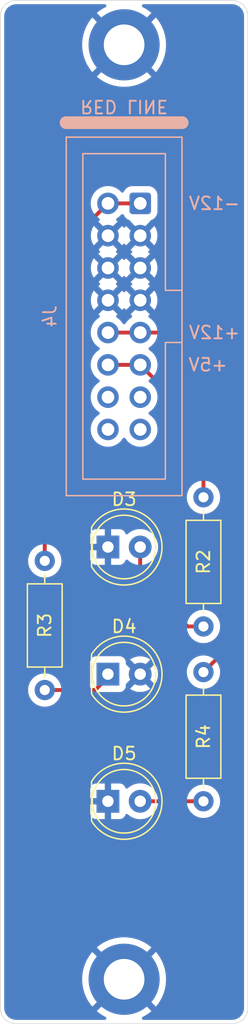
<source format=kicad_pcb>
(kicad_pcb (version 20241229) (generator "pcbnew") (generator_version "9.0")
  (title_block (comment 2 "creativecommons.org/licenses/by/4.0") (comment 3 "License: CC BY 4.0") (comment 4 "Author: Guy John"))
  (layers (0 "F.Cu" signal) (2 "B.Cu" signal) (5 "F.SilkS" user "F.Silkscreen") (7 "B.SilkS" user "B.Silkscreen") (1 "F.Mask" user) (3 "B.Mask" user) (25 "Edge.Cuts" user))
  (net 0 "")
  (net 1 "Net-(D3-A)")
  (net 2 "GND")
  (net 3 "Net-(D4-K)")
  (net 4 "Net-(D5-A)")
  (net 5 "-12V")
  (net 7 "+12V")
  (net 8 "+5V")
  (footprint "Resistor_THT:R_Axial_DIN0207_L6.3mm_D2.5mm_P10.16mm_Horizontal" (layer "F.Cu") (at 91.25 126.09 -90)
    (property "Reference" "R4" (at 5.08 0 90) (layer "F.SilkS"))
    (property "Value" "4k7")
    (fp_line (start 1.04 0) (end 1.81 0) (stroke (width 0.12)) (layer "F.SilkS"))
    (fp_line (start 9.12 0) (end 8.35 0) (stroke (width 0.12)) (layer "F.SilkS"))
    (fp_rect (start 1.81 -1.37) (end 8.35 1.37) (stroke (width 0.12)) (fill no) (layer "F.SilkS"))
    (pad "1" thru_hole circle (at 0 0 270) (size 1.6 1.6) (drill 0.8) (layers "*.Cu" "*.Mask") (net 8 "+5V"))
    (pad "2" thru_hole circle (at 10.16 0 270) (size 1.6 1.6) (drill 0.8) (layers "*.Cu" "*.Mask") (net 4 "Net-(D5-A)"))
  )
  (footprint "Rumblesan_Standard_Parts:MountingHole_3.2mm_M3_DIN965_Pad" (layer "F.Cu") (at 85 76.75)
    (property "Reference" "H1" (hide yes))
    (property "Value" "MountingHole_Pad" (hide yes))
    (pad "1" thru_hole circle (at 0 0) (size 5.6 5.6) (drill 3.2) (layers "*.Cu" "*.Mask") (net 2 "GND"))
  )
  (footprint "Resistor_THT:R_Axial_DIN0207_L6.3mm_D2.5mm_P10.16mm_Horizontal" (layer "F.Cu") (at 78.75 127.5 90)
    (property "Reference" "R3" (at 5.08 0 90) (layer "F.SilkS"))
    (property "Value" "10k")
    (fp_line (start 9.12 0) (end 8.35 0) (stroke (width 0.12)) (layer "F.SilkS"))
    (fp_line (start 1.04 0) (end 1.81 0) (stroke (width 0.12)) (layer "F.SilkS"))
    (fp_rect (start 1.81 -1.37) (end 8.35 1.37) (stroke (width 0.12)) (fill no) (layer "F.SilkS"))
    (pad "1" thru_hole circle (at 0 0 90) (size 1.6 1.6) (drill 0.8) (layers "*.Cu" "*.Mask") (net 3 "Net-(D4-K)"))
    (pad "2" thru_hole circle (at 10.16 0 90) (size 1.6 1.6) (drill 0.8) (layers "*.Cu" "*.Mask") (net 5 "-12V"))
  )
  (footprint "LED_THT:LED_D5.0mm" (layer "F.Cu") (at 83.725 136.25)
    (property "Reference" "D5" (at 1.275 -3.75 0) (layer "F.SilkS"))
    (property "Value" "LED" (hide yes))
    (fp_line (start -1.29 -1.545) (end -1.29 1.545) (stroke (width 0.12)) (layer "F.SilkS"))
    (fp_arc (start -1.29 -1.54483) (mid 2.071779 -2.880495) (end 4.26 0) (stroke (width 0.12)) (layer "F.SilkS"))
    (fp_arc (start 4.26 0) (mid 2.071779 2.880495) (end -1.29 1.54483) (stroke (width 0.12)) (layer "F.SilkS"))
    (fp_circle (center 1.27 0) (end 3.77 0) (stroke (width 0.12)) (fill no) (layer "F.SilkS"))
    (pad "1" thru_hole rect (at 0 0) (size 1.8 1.8) (drill 0.9) (layers "*.Cu" "*.Mask") (net 2 "GND"))
    (pad "2" thru_hole circle (at 2.54 0) (size 1.8 1.8) (drill 0.9) (layers "*.Cu" "*.Mask") (net 4 "Net-(D5-A)"))
  )
  (footprint "Resistor_THT:R_Axial_DIN0207_L6.3mm_D2.5mm_P10.16mm_Horizontal" (layer "F.Cu") (at 91.25 112.34 -90)
    (property "Reference" "R2" (at 5.08 0 90) (layer "F.SilkS"))
    (property "Value" "10k")
    (fp_line (start 1.04 0) (end 1.81 0) (stroke (width 0.12)) (layer "F.SilkS"))
    (fp_line (start 9.12 0) (end 8.35 0) (stroke (width 0.12)) (layer "F.SilkS"))
    (fp_rect (start 1.81 -1.37) (end 8.35 1.37) (stroke (width 0.12)) (fill no) (layer "F.SilkS"))
    (pad "1" thru_hole circle (at 0 0 270) (size 1.6 1.6) (drill 0.8) (layers "*.Cu" "*.Mask") (net 7 "+12V"))
    (pad "2" thru_hole circle (at 10.16 0 270) (size 1.6 1.6) (drill 0.8) (layers "*.Cu" "*.Mask") (net 1 "Net-(D3-A)"))
  )
  (footprint "LED_THT:LED_D5.0mm" (layer "F.Cu") (at 83.725 116.25)
    (property "Reference" "D3" (at 1.275 -3.75 0) (layer "F.SilkS"))
    (property "Value" "LED" (hide yes))
    (fp_line (start -1.29 -1.545) (end -1.29 1.545) (stroke (width 0.12)) (layer "F.SilkS"))
    (fp_arc (start -1.29 -1.54483) (mid 2.071779 -2.880495) (end 4.26 0) (stroke (width 0.12)) (layer "F.SilkS"))
    (fp_arc (start 4.26 0) (mid 2.071779 2.880495) (end -1.29 1.54483) (stroke (width 0.12)) (layer "F.SilkS"))
    (fp_circle (center 1.27 0) (end 3.77 0) (stroke (width 0.12)) (fill no) (layer "F.SilkS"))
    (pad "1" thru_hole rect (at 0 0) (size 1.8 1.8) (drill 0.9) (layers "*.Cu" "*.Mask") (net 2 "GND"))
    (pad "2" thru_hole circle (at 2.54 0) (size 1.8 1.8) (drill 0.9) (layers "*.Cu" "*.Mask") (net 1 "Net-(D3-A)"))
  )
  (footprint "LED_THT:LED_D5.0mm" (layer "F.Cu") (at 83.725 126.25)
    (property "Reference" "D4" (at 1.275 -3.75 0) (layer "F.SilkS"))
    (property "Value" "LED" (hide yes))
    (fp_line (start -1.29 -1.545) (end -1.29 1.545) (stroke (width 0.12)) (layer "F.SilkS"))
    (fp_arc (start -1.29 -1.54483) (mid 2.071779 -2.880495) (end 4.26 0) (stroke (width 0.12)) (layer "F.SilkS"))
    (fp_arc (start 4.26 0) (mid 2.071779 2.880495) (end -1.29 1.54483) (stroke (width 0.12)) (layer "F.SilkS"))
    (fp_circle (center 1.27 0) (end 3.77 0) (stroke (width 0.12)) (fill no) (layer "F.SilkS"))
    (pad "1" thru_hole rect (at 0 0) (size 1.8 1.8) (drill 0.9) (layers "*.Cu" "*.Mask") (net 3 "Net-(D4-K)"))
    (pad "2" thru_hole circle (at 2.54 0) (size 1.8 1.8) (drill 0.9) (layers "*.Cu" "*.Mask") (net 2 "GND"))
  )
  (footprint "Rumblesan_Standard_Parts:MountingHole_3.2mm_M3_DIN965_Pad" (layer "F.Cu") (at 85 150.25)
    (property "Reference" "H2" (hide yes))
    (property "Value" "MountingHole_Pad" (hide yes))
    (pad "1" thru_hole circle (at 0 0) (size 5.6 5.6) (drill 3.2) (layers "*.Cu" "*.Mask") (net 2 "GND"))
  )
  (footprint "Rumblesan_Eurorack_Power:Eurorack_Power_IDC-Header_2x08_P2.54mm_Vertical" (layer "B.Cu") (at 86.27 89.2225 180)
    (property "Reference" "J4" (at 7.112 -8.89 90) (layer "B.SilkS") (effects (justify mirror)))
    (property "Value" "Conn_02x08_Odd_Even" (hide yes))
    (fp_line (start 5.83 5.21) (end 5.83 -22.99) (stroke (width 0.12)) (layer "B.SilkS"))
    (fp_line (start 5.83 -22.99) (end -3.29 -22.99) (stroke (width 0.12)) (layer "B.SilkS"))
    (fp_line (start 4.52 3.91) (end 4.52 -21.69) (stroke (width 0.12)) (layer "B.SilkS"))
    (fp_line (start 4.52 -21.69) (end -1.98 -21.69) (stroke (width 0.12)) (layer "B.SilkS"))
    (fp_line (start -1.98 3.91) (end 4.52 3.91) (stroke (width 0.12)) (layer "B.SilkS"))
    (fp_line (start -1.98 -6.84) (end -1.98 3.91) (stroke (width 0.12)) (layer "B.SilkS"))
    (fp_line (start -1.98 -10.94) (end -1.98 -10.94) (stroke (width 0.12)) (layer "B.SilkS"))
    (fp_line (start -1.98 -10.94) (end -3.29 -10.94) (stroke (width 0.12)) (layer "B.SilkS"))
    (fp_line (start -1.98 -21.69) (end -1.98 -10.94) (stroke (width 0.12)) (layer "B.SilkS"))
    (fp_line (start -3.29 5.21) (end 5.83 5.21) (stroke (width 0.12)) (layer "B.SilkS"))
    (fp_line (start -3.29 -6.84) (end -1.98 -6.84) (stroke (width 0.12)) (layer "B.SilkS"))
    (fp_line (start -3.29 -22.99) (end -3.29 5.21) (stroke (width 0.12)) (layer "B.SilkS"))
    (fp_line (start -3.302 6.35) (end 5.842 6.35) (stroke (width 1)) (layer "B.SilkS"))
    (fp_text user "+12V" (at -5.842 -10.16 0) (layer "B.SilkS") (effects (justify mirror)))
    (fp_text user "RED LINE" (at 1.27 7.62 180) (layer "B.SilkS") (effects (justify mirror)))
    (fp_text user "-12V" (at -5.842 0 0) (layer "B.SilkS") (effects (justify mirror)))
    (fp_text user "+5V" (at -5.334 -12.7 0) (layer "B.SilkS") (effects (justify mirror)))
    (pad "1" thru_hole roundrect (at 0 0 180) (size 1.7 1.7) (drill 1) (layers "*.Cu" "*.Mask") (roundrect_rratio 0.147059) (net 5 "-12V"))
    (pad "2" thru_hole circle (at 2.54 0 180) (size 1.7 1.7) (drill 1) (layers "*.Cu" "*.Mask") (net 5 "-12V"))
    (pad "3" thru_hole circle (at 0 -2.54 180) (size 1.7 1.7) (drill 1) (layers "*.Cu" "*.Mask") (net 2 "GND"))
    (pad "4" thru_hole circle (at 2.54 -2.54 180) (size 1.7 1.7) (drill 1) (layers "*.Cu" "*.Mask") (net 2 "GND"))
    (pad "5" thru_hole circle (at 0 -5.08 180) (size 1.7 1.7) (drill 1) (layers "*.Cu" "*.Mask") (net 2 "GND"))
    (pad "6" thru_hole circle (at 2.54 -5.08 180) (size 1.7 1.7) (drill 1) (layers "*.Cu" "*.Mask") (net 2 "GND"))
    (pad "7" thru_hole circle (at 0 -7.62 180) (size 1.7 1.7) (drill 1) (layers "*.Cu" "*.Mask") (net 2 "GND"))
    (pad "8" thru_hole circle (at 2.54 -7.62 180) (size 1.7 1.7) (drill 1) (layers "*.Cu" "*.Mask") (net 2 "GND"))
    (pad "9" thru_hole circle (at 0 -10.16 180) (size 1.7 1.7) (drill 1) (layers "*.Cu" "*.Mask") (net 7 "+12V"))
    (pad "10" thru_hole circle (at 2.54 -10.16 180) (size 1.7 1.7) (drill 1) (layers "*.Cu" "*.Mask") (net 7 "+12V"))
    (pad "11" thru_hole circle (at 0 -12.7 180) (size 1.7 1.7) (drill 1) (layers "*.Cu" "*.Mask") (net 8 "+5V"))
    (pad "12" thru_hole circle (at 2.54 -12.7 180) (size 1.7 1.7) (drill 1) (layers "*.Cu" "*.Mask") (net 8 "+5V"))
    (pad "13" thru_hole circle (at 0 -15.24 180) (size 1.7 1.7) (drill 1) (layers "*.Cu" "*.Mask"))
    (pad "14" thru_hole circle (at 2.54 -15.24 180) (size 1.7 1.7) (drill 1) (layers "*.Cu" "*.Mask"))
    (pad "15" thru_hole circle (at 0 -17.78 180) (size 1.7 1.7) (drill 1) (layers "*.Cu" "*.Mask"))
    (pad "16" thru_hole circle (at 2.54 -17.78 180) (size 1.7 1.7) (drill 1) (layers "*.Cu" "*.Mask"))
  )
  (gr_arc (start 75.25 74.5) (mid 75.616117 73.616117) (end 76.5 73.25) (stroke (width 0.05)) (layer "Edge.Cuts"))
  (gr_arc (start 76.5 153.75) (mid 75.616117 153.383883) (end 75.25 152.5) (stroke (width 0.05)) (layer "Edge.Cuts"))
  (gr_arc (start 94.75 152.5) (mid 94.383883 153.383883) (end 93.5 153.75) (stroke (width 0.05)) (layer "Edge.Cuts"))
  (gr_arc (start 93.5 73.25) (mid 94.383883 73.616117) (end 94.75 74.5) (stroke (width 0.05)) (layer "Edge.Cuts"))
  (gr_line (start 75.25 152.5) (end 75.25 74.5) (stroke (width 0.05)) (layer "Edge.Cuts"))
  (gr_line (start 76.5 73.25) (end 93.5 73.25) (stroke (width 0.05)) (layer "Edge.Cuts"))
  (gr_line (start 93.5 153.75) (end 76.5 153.75) (stroke (width 0.05)) (layer "Edge.Cuts"))
  (gr_line (start 94.75 74.5) (end 94.75 152.5) (stroke (width 0.05)) (layer "Edge.Cuts"))
  (segment (start 86.265 118.75) (end 90.015 122.5) (width 0.3048) (layer "F.Cu") (net 1))
  (segment (start 90.015 122.5) (end 91.25 122.5) (width 0.3048) (layer "F.Cu") (net 1))
  (segment (start 86.265 116.25) (end 86.265 118.75) (width 0.3048) (layer "F.Cu") (net 1))
  (segment (start 78.75 127.5) (end 82.725 127.5) (width 0.3048) (layer "F.Cu") (net 3))
  (segment (start 82.725 127.5) (end 83.725 126.5) (width 0.3048) (layer "F.Cu") (net 3))
  (segment (start 91.25 136.25) (end 86.265 136.25) (width 0.3048) (layer "F.Cu") (net 4))
  (segment (start 78.75 94.2025) (end 78.75 117.34) (width 0.3048) (layer "F.Cu") (net 5))
  (segment (start 83.73 89.2225) (end 78.75 94.2025) (width 0.3048) (layer "F.Cu") (net 5))
  (segment (start 86.27 89.2225) (end 83.73 89.2225) (width 0.3048) (layer "F.Cu") (net 5))
  (segment (start 86.27 99.3825) (end 88.8825 99.3825) (width 0.3048) (layer "F.Cu") (net 7))
  (segment (start 86.27 99.3825) (end 83.73 99.3825) (width 0.3048) (layer "F.Cu") (net 7))
  (segment (start 88.8825 99.3825) (end 91.25 101.75) (width 0.3048) (layer "F.Cu") (net 7))
  (segment (start 91.25 101.75) (end 91.25 112.34) (width 0.3048) (layer "F.Cu") (net 7))
  (segment (start 86.27 101.9225) (end 88.75 104.4025) (width 0.3048) (layer "F.Cu") (net 8))
  (segment (start 88.75 104.4025) (end 88.75 115) (width 0.3048) (layer "F.Cu") (net 8))
  (segment (start 88.75 115) (end 93.5 119.75) (width 0.3048) (layer "F.Cu") (net 8))
  (segment (start 93.5 123.84) (end 91.25 126.09) (width 0.3048) (layer "F.Cu") (net 8))
  (segment (start 86.27 101.9225) (end 83.73 101.9225) (width 0.3048) (layer "F.Cu") (net 8))
  (segment (start 93.5 119.75) (end 93.5 123.84) (width 0.3048) (layer "F.Cu") (net 8))
  (zone (net 2) (net_name "GND") (layers "F.Cu" "B.Cu") (connect_pads (clearance 0.508)) (min_thickness 0.25) (fill yes (thermal_gap 0.5) (thermal_bridge_width 0.5))
    (polygon (pts (xy 75.25 73.25) (xy 94.75 73.25) (xy 94.75 153.75) (xy 75.25 153.75)))
  )
)
</source>
